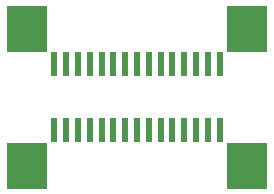
<source format=gbr>
G04 EAGLE Gerber RS-274X export*
G75*
%MOMM*%
%FSLAX34Y34*%
%LPD*%
%INSolderpaste Top*%
%IPPOS*%
%AMOC8*
5,1,8,0,0,1.08239X$1,22.5*%
G01*
%ADD10R,0.550000X2.000000*%
%ADD11R,3.500000X4.000000*%


D10*
X197000Y117000D03*
X187000Y117000D03*
X177000Y117000D03*
X167000Y117000D03*
X157000Y117000D03*
X147000Y117000D03*
X137000Y117000D03*
X127000Y117000D03*
X117000Y117000D03*
X107000Y117000D03*
X97000Y117000D03*
X87000Y117000D03*
X77000Y117000D03*
X67000Y117000D03*
X57000Y117000D03*
D11*
X220000Y147000D03*
X34000Y147000D03*
D10*
X57000Y60800D03*
X67000Y60800D03*
X77000Y60800D03*
X87000Y60800D03*
X97000Y60800D03*
X107000Y60800D03*
X117000Y60800D03*
X127000Y60800D03*
X137000Y60800D03*
X147000Y60800D03*
X157000Y60800D03*
X167000Y60800D03*
X177000Y60800D03*
X187000Y60800D03*
X197000Y60800D03*
D11*
X34000Y30800D03*
X220000Y30800D03*
M02*

</source>
